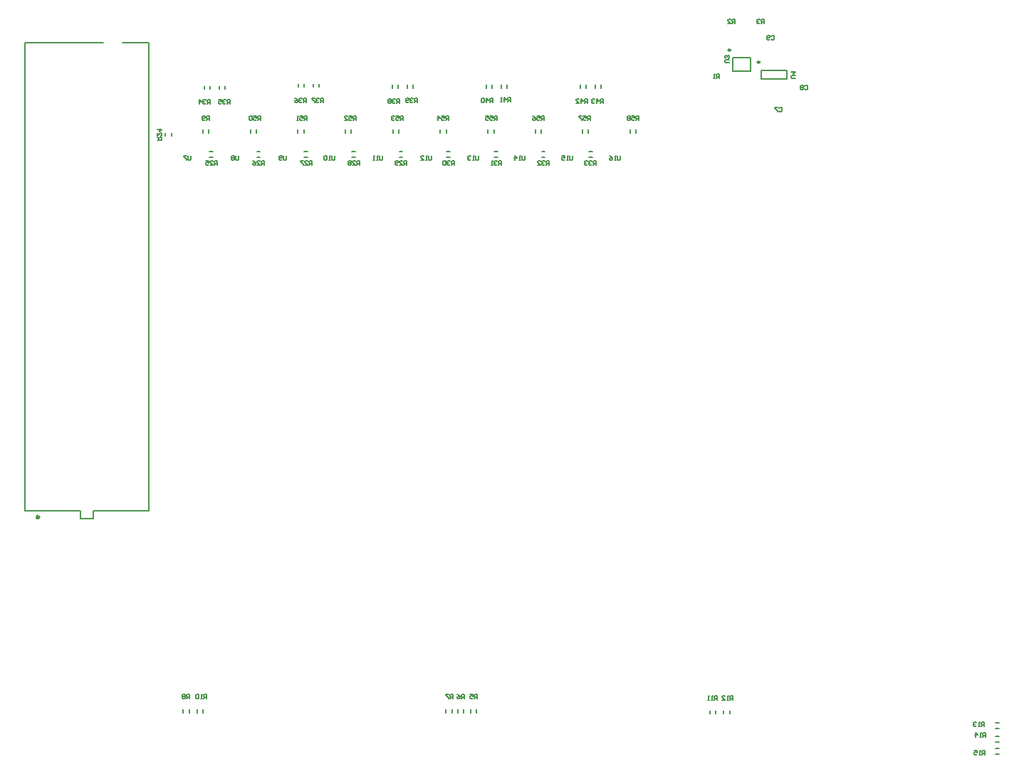
<source format=gbo>
G04*
G04 #@! TF.GenerationSoftware,Altium Limited,Altium Designer,20.0.10 (225)*
G04*
G04 Layer_Color=32896*
%FSLAX25Y25*%
%MOIN*%
G70*
G01*
G75*
%ADD10C,0.00787*%
%ADD13C,0.00984*%
%ADD14C,0.00500*%
%ADD133C,0.01181*%
D10*
X44992Y164693D02*
Y168197D01*
X39008Y164693D02*
X44992D01*
X39008D02*
Y168197D01*
X13102Y387803D02*
X49500D01*
X58713D02*
X70898D01*
Y168197D02*
Y387803D01*
X44992Y168197D02*
X70898D01*
X13102D02*
X39008D01*
X13102D02*
Y387803D01*
X277013Y336678D02*
X278587D01*
X277013Y333922D02*
X278587D01*
X254800Y336678D02*
X256375D01*
X254800Y333922D02*
X256375D01*
X232588Y336678D02*
X234162D01*
X232588Y333922D02*
X234162D01*
X210375Y336678D02*
X211950D01*
X210375Y333922D02*
X211950D01*
X188163Y336678D02*
X189737D01*
X188163Y333922D02*
X189737D01*
X165950Y336678D02*
X167525D01*
X165950Y333922D02*
X167525D01*
X143738Y336678D02*
X145312D01*
X143738Y333922D02*
X145312D01*
X121525Y336678D02*
X123100D01*
X121525Y333922D02*
X123100D01*
X99313Y336678D02*
X100887D01*
X99313Y333922D02*
X100887D01*
X210134Y345413D02*
Y346987D01*
X207378Y345413D02*
Y346987D01*
X232478Y345365D02*
Y346940D01*
X229722Y345365D02*
Y346940D01*
X254556Y345413D02*
Y346987D01*
X251800Y345413D02*
Y346987D01*
X276767Y345413D02*
Y346987D01*
X274011Y345413D02*
Y346987D01*
X298978Y345413D02*
Y346987D01*
X296222Y345413D02*
Y346987D01*
X81478Y343913D02*
Y345487D01*
X78722Y343913D02*
Y345487D01*
X89878Y73713D02*
Y75287D01*
X87122Y73713D02*
Y75287D01*
X96378Y73713D02*
Y75287D01*
X93622Y73713D02*
Y75287D01*
X212878Y73713D02*
Y75287D01*
X210122Y73713D02*
Y75287D01*
X218378Y73713D02*
Y75287D01*
X215622Y73713D02*
Y75287D01*
X224378Y73713D02*
Y75287D01*
X221622Y73713D02*
Y75287D01*
X336378Y73213D02*
Y74787D01*
X333622Y73213D02*
Y74787D01*
X342878Y73213D02*
Y74787D01*
X340122Y73213D02*
Y74787D01*
X467313Y54422D02*
X468887D01*
X467313Y57178D02*
X468887D01*
X467313Y60022D02*
X468887D01*
X467313Y62778D02*
X468887D01*
X467313Y66222D02*
X468887D01*
X467313Y68978D02*
X468887D01*
X185167Y345413D02*
Y346987D01*
X187922Y345413D02*
Y346987D01*
X162955Y345413D02*
Y346987D01*
X165711Y345413D02*
Y346987D01*
X140744Y345413D02*
Y346987D01*
X143500Y345413D02*
Y346987D01*
X118533Y345413D02*
Y346987D01*
X121289Y345413D02*
Y346987D01*
X96322Y345413D02*
Y346987D01*
X99078Y345413D02*
Y346987D01*
X352634Y374350D02*
Y380650D01*
X344366Y374350D02*
Y380650D01*
Y374350D02*
X352634D01*
X344366Y380650D02*
X352634D01*
X357464Y370818D02*
X369669D01*
X357464Y374755D02*
X369669D01*
Y370818D02*
Y374755D01*
X357464Y370818D02*
Y374755D01*
X96922Y365865D02*
Y367440D01*
X99678Y365865D02*
Y367440D01*
X147922Y366865D02*
Y368440D01*
X150678Y366865D02*
Y368440D01*
X184922Y366365D02*
Y367940D01*
X187678Y366365D02*
Y367940D01*
X235922Y366365D02*
Y367940D01*
X238678Y366365D02*
Y367940D01*
X272922Y366365D02*
Y367940D01*
X275678Y366365D02*
Y367940D01*
X103922Y365865D02*
Y367440D01*
X106678Y365865D02*
Y367440D01*
X140922Y366865D02*
Y368440D01*
X143678Y366865D02*
Y368440D01*
X191922Y366365D02*
Y367940D01*
X194678Y366365D02*
Y367940D01*
X228922Y366365D02*
Y367940D01*
X231678Y366365D02*
Y367940D01*
X279922Y366365D02*
Y367940D01*
X282678Y366365D02*
Y367940D01*
D13*
X343185Y384193D02*
G03*
X343185Y384193I-492J0D01*
G01*
X356873Y378594D02*
G03*
X356873Y378594I-492J0D01*
G01*
D14*
X291599Y334600D02*
Y332934D01*
X291266Y332600D01*
X290599D01*
X290266Y332934D01*
Y334600D01*
X289600Y332600D02*
X288933D01*
X289267D01*
Y334600D01*
X289600Y334266D01*
X286601Y334600D02*
X287267Y334266D01*
X287934Y333600D01*
Y332934D01*
X287600Y332600D01*
X286934D01*
X286601Y332934D01*
Y333267D01*
X286934Y333600D01*
X287934D01*
X269399Y334600D02*
Y332934D01*
X269066Y332600D01*
X268400D01*
X268066Y332934D01*
Y334600D01*
X267400Y332600D02*
X266733D01*
X267067D01*
Y334600D01*
X267400Y334266D01*
X264401Y334600D02*
X265734D01*
Y333600D01*
X265067Y333933D01*
X264734D01*
X264401Y333600D01*
Y332934D01*
X264734Y332600D01*
X265401D01*
X265734Y332934D01*
X246899Y334600D02*
Y332934D01*
X246566Y332600D01*
X245900D01*
X245566Y332934D01*
Y334600D01*
X244900Y332600D02*
X244233D01*
X244567D01*
Y334600D01*
X244900Y334266D01*
X242234Y332600D02*
Y334600D01*
X243234Y333600D01*
X241901D01*
X225399Y334600D02*
Y332934D01*
X225066Y332600D01*
X224399D01*
X224066Y332934D01*
Y334600D01*
X223400Y332600D02*
X222733D01*
X223067D01*
Y334600D01*
X223400Y334266D01*
X221734D02*
X221400Y334600D01*
X220734D01*
X220401Y334266D01*
Y333933D01*
X220734Y333600D01*
X221067D01*
X220734D01*
X220401Y333267D01*
Y332934D01*
X220734Y332600D01*
X221400D01*
X221734Y332934D01*
X203199Y334600D02*
Y332934D01*
X202866Y332600D01*
X202200D01*
X201866Y332934D01*
Y334600D01*
X201200Y332600D02*
X200533D01*
X200867D01*
Y334600D01*
X201200Y334266D01*
X198201Y332600D02*
X199534D01*
X198201Y333933D01*
Y334266D01*
X198534Y334600D01*
X199200D01*
X199534Y334266D01*
X180166Y334600D02*
Y332934D01*
X179833Y332600D01*
X179166D01*
X178833Y332934D01*
Y334600D01*
X178167Y332600D02*
X177500D01*
X177833D01*
Y334600D01*
X178167Y334266D01*
X176500Y332600D02*
X175834D01*
X176167D01*
Y334600D01*
X176500Y334266D01*
X157999Y334600D02*
Y332934D01*
X157666Y332600D01*
X157000D01*
X156666Y332934D01*
Y334600D01*
X156000Y332600D02*
X155333D01*
X155667D01*
Y334600D01*
X156000Y334266D01*
X154334D02*
X154000Y334600D01*
X153334D01*
X153001Y334266D01*
Y332934D01*
X153334Y332600D01*
X154000D01*
X154334Y332934D01*
Y334266D01*
X135366Y334600D02*
Y332934D01*
X135033Y332600D01*
X134366D01*
X134033Y332934D01*
Y334600D01*
X133367Y332934D02*
X133034Y332600D01*
X132367D01*
X132034Y332934D01*
Y334266D01*
X132367Y334600D01*
X133034D01*
X133367Y334266D01*
Y333933D01*
X133034Y333600D01*
X132034D01*
X112966Y334600D02*
Y332934D01*
X112633Y332600D01*
X111966D01*
X111633Y332934D01*
Y334600D01*
X110967Y334266D02*
X110634Y334600D01*
X109967D01*
X109634Y334266D01*
Y333933D01*
X109967Y333600D01*
X109634Y333267D01*
Y332934D01*
X109967Y332600D01*
X110634D01*
X110967Y332934D01*
Y333267D01*
X110634Y333600D01*
X110967Y333933D01*
Y334266D01*
X110634Y333600D02*
X109967D01*
X90566Y334600D02*
Y332934D01*
X90233Y332600D01*
X89566D01*
X89233Y332934D01*
Y334600D01*
X88567D02*
X87234D01*
Y334266D01*
X88567Y332934D01*
Y332600D01*
X300166Y351400D02*
Y353400D01*
X299166D01*
X298833Y353066D01*
Y352400D01*
X299166Y352067D01*
X300166D01*
X299499D02*
X298833Y351400D01*
X296834Y353400D02*
X298166D01*
Y352400D01*
X297500Y352733D01*
X297167D01*
X296834Y352400D01*
Y351734D01*
X297167Y351400D01*
X297833D01*
X298166Y351734D01*
X296167Y353066D02*
X295834Y353400D01*
X295167D01*
X294834Y353066D01*
Y352733D01*
X295167Y352400D01*
X294834Y352067D01*
Y351734D01*
X295167Y351400D01*
X295834D01*
X296167Y351734D01*
Y352067D01*
X295834Y352400D01*
X296167Y352733D01*
Y353066D01*
X295834Y352400D02*
X295167D01*
X277666Y351400D02*
Y353400D01*
X276666D01*
X276333Y353066D01*
Y352400D01*
X276666Y352067D01*
X277666D01*
X276999D02*
X276333Y351400D01*
X274334Y353400D02*
X275666D01*
Y352400D01*
X275000Y352733D01*
X274667D01*
X274334Y352400D01*
Y351734D01*
X274667Y351400D01*
X275333D01*
X275666Y351734D01*
X273667Y353400D02*
X272334D01*
Y353066D01*
X273667Y351734D01*
Y351400D01*
X255866D02*
Y353400D01*
X254866D01*
X254533Y353066D01*
Y352400D01*
X254866Y352067D01*
X255866D01*
X255199D02*
X254533Y351400D01*
X252534Y353400D02*
X253866D01*
Y352400D01*
X253200Y352733D01*
X252867D01*
X252534Y352400D01*
Y351734D01*
X252867Y351400D01*
X253533D01*
X253866Y351734D01*
X250534Y353400D02*
X251201Y353066D01*
X251867Y352400D01*
Y351734D01*
X251534Y351400D01*
X250867D01*
X250534Y351734D01*
Y352067D01*
X250867Y352400D01*
X251867D01*
X233799Y351353D02*
Y353352D01*
X232800D01*
X232466Y353019D01*
Y352353D01*
X232800Y352020D01*
X233799D01*
X233133D02*
X232466Y351353D01*
X230467Y353352D02*
X231800D01*
Y352353D01*
X231133Y352686D01*
X230800D01*
X230467Y352353D01*
Y351686D01*
X230800Y351353D01*
X231467D01*
X231800Y351686D01*
X228467Y353352D02*
X229801D01*
Y352353D01*
X229134Y352686D01*
X228801D01*
X228467Y352353D01*
Y351686D01*
X228801Y351353D01*
X229467D01*
X229801Y351686D01*
X211166Y351400D02*
Y353400D01*
X210166D01*
X209833Y353066D01*
Y352400D01*
X210166Y352067D01*
X211166D01*
X210499D02*
X209833Y351400D01*
X207834Y353400D02*
X209166D01*
Y352400D01*
X208500Y352733D01*
X208167D01*
X207834Y352400D01*
Y351734D01*
X208167Y351400D01*
X208833D01*
X209166Y351734D01*
X206167Y351400D02*
Y353400D01*
X207167Y352400D01*
X205834D01*
X190044Y351400D02*
Y353400D01*
X189045D01*
X188712Y353066D01*
Y352400D01*
X189045Y352067D01*
X190044D01*
X189378D02*
X188712Y351400D01*
X186712Y353400D02*
X188045D01*
Y352400D01*
X187379Y352733D01*
X187045D01*
X186712Y352400D01*
Y351734D01*
X187045Y351400D01*
X187712D01*
X188045Y351734D01*
X186046Y353066D02*
X185713Y353400D01*
X185046D01*
X184713Y353066D01*
Y352733D01*
X185046Y352400D01*
X185379D01*
X185046D01*
X184713Y352067D01*
Y351734D01*
X185046Y351400D01*
X185713D01*
X186046Y351734D01*
X167833Y351400D02*
Y353400D01*
X166834D01*
X166500Y353066D01*
Y352400D01*
X166834Y352067D01*
X167833D01*
X167167D02*
X166500Y351400D01*
X164501Y353400D02*
X165834D01*
Y352400D01*
X165167Y352733D01*
X164834D01*
X164501Y352400D01*
Y351734D01*
X164834Y351400D01*
X165501D01*
X165834Y351734D01*
X162502Y351400D02*
X163835D01*
X162502Y352733D01*
Y353066D01*
X162835Y353400D01*
X163501D01*
X163835Y353066D01*
X144922Y351400D02*
Y353400D01*
X143922D01*
X143589Y353066D01*
Y352400D01*
X143922Y352067D01*
X144922D01*
X144256D02*
X143589Y351400D01*
X141590Y353400D02*
X142923D01*
Y352400D01*
X142256Y352733D01*
X141923D01*
X141590Y352400D01*
Y351734D01*
X141923Y351400D01*
X142590D01*
X142923Y351734D01*
X140924Y351400D02*
X140257D01*
X140590D01*
Y353400D01*
X140924Y353066D01*
X123411Y351400D02*
Y353400D01*
X122411D01*
X122078Y353066D01*
Y352400D01*
X122411Y352067D01*
X123411D01*
X122745D02*
X122078Y351400D01*
X120079Y353400D02*
X121412D01*
Y352400D01*
X120745Y352733D01*
X120412D01*
X120079Y352400D01*
Y351734D01*
X120412Y351400D01*
X121079D01*
X121412Y351734D01*
X119412Y353066D02*
X119079Y353400D01*
X118413D01*
X118079Y353066D01*
Y351734D01*
X118413Y351400D01*
X119079D01*
X119412Y351734D01*
Y353066D01*
X280266Y330200D02*
Y332200D01*
X279266D01*
X278933Y331867D01*
Y331200D01*
X279266Y330867D01*
X280266D01*
X279599D02*
X278933Y330200D01*
X278266Y331867D02*
X277933Y332200D01*
X277267D01*
X276934Y331867D01*
Y331533D01*
X277267Y331200D01*
X277600D01*
X277267D01*
X276934Y330867D01*
Y330534D01*
X277267Y330200D01*
X277933D01*
X278266Y330534D01*
X276267Y331867D02*
X275934Y332200D01*
X275267D01*
X274934Y331867D01*
Y331533D01*
X275267Y331200D01*
X275601D01*
X275267D01*
X274934Y330867D01*
Y330534D01*
X275267Y330200D01*
X275934D01*
X276267Y330534D01*
X258266Y330200D02*
Y332200D01*
X257266D01*
X256933Y331867D01*
Y331200D01*
X257266Y330867D01*
X258266D01*
X257599D02*
X256933Y330200D01*
X256266Y331867D02*
X255933Y332200D01*
X255267D01*
X254934Y331867D01*
Y331533D01*
X255267Y331200D01*
X255600D01*
X255267D01*
X254934Y330867D01*
Y330534D01*
X255267Y330200D01*
X255933D01*
X256266Y330534D01*
X252934Y330200D02*
X254267D01*
X252934Y331533D01*
Y331867D01*
X253267Y332200D01*
X253934D01*
X254267Y331867D01*
X235833Y330200D02*
Y332200D01*
X234833D01*
X234500Y331867D01*
Y331200D01*
X234833Y330867D01*
X235833D01*
X235166D02*
X234500Y330200D01*
X233833Y331867D02*
X233500Y332200D01*
X232834D01*
X232500Y331867D01*
Y331533D01*
X232834Y331200D01*
X233167D01*
X232834D01*
X232500Y330867D01*
Y330534D01*
X232834Y330200D01*
X233500D01*
X233833Y330534D01*
X231834Y330200D02*
X231167D01*
X231501D01*
Y332200D01*
X231834Y331867D01*
X213966Y330200D02*
Y332200D01*
X212966D01*
X212633Y331867D01*
Y331200D01*
X212966Y330867D01*
X213966D01*
X213299D02*
X212633Y330200D01*
X211966Y331867D02*
X211633Y332200D01*
X210967D01*
X210634Y331867D01*
Y331533D01*
X210967Y331200D01*
X211300D01*
X210967D01*
X210634Y330867D01*
Y330534D01*
X210967Y330200D01*
X211633D01*
X211966Y330534D01*
X209967Y331867D02*
X209634Y332200D01*
X208967D01*
X208634Y331867D01*
Y330534D01*
X208967Y330200D01*
X209634D01*
X209967Y330534D01*
Y331867D01*
X191466Y330200D02*
Y332200D01*
X190466D01*
X190133Y331867D01*
Y331200D01*
X190466Y330867D01*
X191466D01*
X190799D02*
X190133Y330200D01*
X188134D02*
X189467D01*
X188134Y331533D01*
Y331867D01*
X188467Y332200D01*
X189133D01*
X189467Y331867D01*
X187467Y330534D02*
X187134Y330200D01*
X186467D01*
X186134Y330534D01*
Y331867D01*
X186467Y332200D01*
X187134D01*
X187467Y331867D01*
Y331533D01*
X187134Y331200D01*
X186134D01*
X169466Y330200D02*
Y332200D01*
X168466D01*
X168133Y331867D01*
Y331200D01*
X168466Y330867D01*
X169466D01*
X168799D02*
X168133Y330200D01*
X166133D02*
X167466D01*
X166133Y331533D01*
Y331867D01*
X166467Y332200D01*
X167133D01*
X167466Y331867D01*
X165467D02*
X165134Y332200D01*
X164467D01*
X164134Y331867D01*
Y331533D01*
X164467Y331200D01*
X164134Y330867D01*
Y330534D01*
X164467Y330200D01*
X165134D01*
X165467Y330534D01*
Y330867D01*
X165134Y331200D01*
X165467Y331533D01*
Y331867D01*
X165134Y331200D02*
X164467D01*
X147166Y330200D02*
Y332200D01*
X146166D01*
X145833Y331867D01*
Y331200D01*
X146166Y330867D01*
X147166D01*
X146499D02*
X145833Y330200D01*
X143833D02*
X145167D01*
X143833Y331533D01*
Y331867D01*
X144167Y332200D01*
X144833D01*
X145167Y331867D01*
X143167Y332200D02*
X141834D01*
Y331867D01*
X143167Y330534D01*
Y330200D01*
X124866D02*
Y332200D01*
X123866D01*
X123533Y331867D01*
Y331200D01*
X123866Y330867D01*
X124866D01*
X124199D02*
X123533Y330200D01*
X121534D02*
X122866D01*
X121534Y331533D01*
Y331867D01*
X121867Y332200D01*
X122533D01*
X122866Y331867D01*
X119534Y332200D02*
X120201Y331867D01*
X120867Y331200D01*
Y330534D01*
X120534Y330200D01*
X119867D01*
X119534Y330534D01*
Y330867D01*
X119867Y331200D01*
X120867D01*
X102866Y330200D02*
Y332200D01*
X101866D01*
X101533Y331867D01*
Y331200D01*
X101866Y330867D01*
X102866D01*
X102199D02*
X101533Y330200D01*
X99534D02*
X100866D01*
X99534Y331533D01*
Y331867D01*
X99867Y332200D01*
X100533D01*
X100866Y331867D01*
X97534Y332200D02*
X98867D01*
Y331200D01*
X98201Y331533D01*
X97867D01*
X97534Y331200D01*
Y330534D01*
X97867Y330200D01*
X98534D01*
X98867Y330534D01*
X74800Y342034D02*
X76800D01*
Y343034D01*
X76467Y343367D01*
X75800D01*
X75467Y343034D01*
Y342034D01*
Y342701D02*
X74800Y343367D01*
Y345366D02*
Y344034D01*
X76133Y345366D01*
X76467D01*
X76800Y345033D01*
Y344367D01*
X76467Y344034D01*
X74800Y347033D02*
X76800D01*
X75800Y346033D01*
Y347366D01*
X99200Y351400D02*
Y353400D01*
X98200D01*
X97867Y353066D01*
Y352400D01*
X98200Y352067D01*
X99200D01*
X98534D02*
X97867Y351400D01*
X97201Y351734D02*
X96867Y351400D01*
X96201D01*
X95868Y351734D01*
Y353066D01*
X96201Y353400D01*
X96867D01*
X97201Y353066D01*
Y352733D01*
X96867Y352400D01*
X95868D01*
X373500Y371134D02*
X371834D01*
X371500Y371467D01*
Y372134D01*
X371834Y372467D01*
X373500D01*
X371500Y374133D02*
X373500D01*
X372500Y373133D01*
Y374466D01*
X342600Y378434D02*
X340934D01*
X340600Y378767D01*
Y379434D01*
X340934Y379767D01*
X342600D01*
X342267Y380433D02*
X342600Y380767D01*
Y381433D01*
X342267Y381766D01*
X341933D01*
X341600Y381433D01*
Y381100D01*
Y381433D01*
X341267Y381766D01*
X340934D01*
X340600Y381433D01*
Y380767D01*
X340934Y380433D01*
X283766Y359453D02*
Y361452D01*
X282766D01*
X282433Y361119D01*
Y360453D01*
X282766Y360120D01*
X283766D01*
X283099D02*
X282433Y359453D01*
X280767D02*
Y361452D01*
X281767Y360453D01*
X280434D01*
X279767Y361119D02*
X279434Y361452D01*
X278767D01*
X278434Y361119D01*
Y360786D01*
X278767Y360453D01*
X279101D01*
X278767D01*
X278434Y360120D01*
Y359786D01*
X278767Y359453D01*
X279434D01*
X279767Y359786D01*
X276266Y359353D02*
Y361352D01*
X275266D01*
X274933Y361019D01*
Y360353D01*
X275266Y360019D01*
X276266D01*
X275599D02*
X274933Y359353D01*
X273267D02*
Y361352D01*
X274267Y360353D01*
X272934D01*
X270934Y359353D02*
X272267D01*
X270934Y360686D01*
Y361019D01*
X271267Y361352D01*
X271934D01*
X272267Y361019D01*
X240233Y359953D02*
Y361952D01*
X239233D01*
X238900Y361619D01*
Y360953D01*
X239233Y360619D01*
X240233D01*
X239566D02*
X238900Y359953D01*
X237234D02*
Y361952D01*
X238233Y360953D01*
X236900D01*
X236234Y359953D02*
X235567D01*
X235901D01*
Y361952D01*
X236234Y361619D01*
X231966Y359753D02*
Y361752D01*
X230966D01*
X230633Y361419D01*
Y360753D01*
X230966Y360420D01*
X231966D01*
X231299D02*
X230633Y359753D01*
X228967D02*
Y361752D01*
X229966Y360753D01*
X228634D01*
X227967Y361419D02*
X227634Y361752D01*
X226967D01*
X226634Y361419D01*
Y360086D01*
X226967Y359753D01*
X227634D01*
X227967Y360086D01*
Y361419D01*
X196766Y359653D02*
Y361652D01*
X195766D01*
X195433Y361319D01*
Y360653D01*
X195766Y360319D01*
X196766D01*
X196099D02*
X195433Y359653D01*
X194766Y361319D02*
X194433Y361652D01*
X193767D01*
X193434Y361319D01*
Y360986D01*
X193767Y360653D01*
X194100D01*
X193767D01*
X193434Y360319D01*
Y359986D01*
X193767Y359653D01*
X194433D01*
X194766Y359986D01*
X192767D02*
X192434Y359653D01*
X191767D01*
X191434Y359986D01*
Y361319D01*
X191767Y361652D01*
X192434D01*
X192767Y361319D01*
Y360986D01*
X192434Y360653D01*
X191434D01*
X188266Y359353D02*
Y361352D01*
X187266D01*
X186933Y361019D01*
Y360353D01*
X187266Y360019D01*
X188266D01*
X187599D02*
X186933Y359353D01*
X186267Y361019D02*
X185933Y361352D01*
X185267D01*
X184934Y361019D01*
Y360686D01*
X185267Y360353D01*
X185600D01*
X185267D01*
X184934Y360019D01*
Y359686D01*
X185267Y359353D01*
X185933D01*
X186267Y359686D01*
X184267Y361019D02*
X183934Y361352D01*
X183267D01*
X182934Y361019D01*
Y360686D01*
X183267Y360353D01*
X182934Y360019D01*
Y359686D01*
X183267Y359353D01*
X183934D01*
X184267Y359686D01*
Y360019D01*
X183934Y360353D01*
X184267Y360686D01*
Y361019D01*
X183934Y360353D02*
X183267D01*
X152766Y359753D02*
Y361752D01*
X151766D01*
X151433Y361419D01*
Y360753D01*
X151766Y360420D01*
X152766D01*
X152099D02*
X151433Y359753D01*
X150767Y361419D02*
X150433Y361752D01*
X149767D01*
X149434Y361419D01*
Y361086D01*
X149767Y360753D01*
X150100D01*
X149767D01*
X149434Y360420D01*
Y360086D01*
X149767Y359753D01*
X150433D01*
X150767Y360086D01*
X148767Y361752D02*
X147434D01*
Y361419D01*
X148767Y360086D01*
Y359753D01*
X144466Y359653D02*
Y361652D01*
X143466D01*
X143133Y361319D01*
Y360653D01*
X143466Y360319D01*
X144466D01*
X143799D02*
X143133Y359653D01*
X142466Y361319D02*
X142133Y361652D01*
X141467D01*
X141134Y361319D01*
Y360986D01*
X141467Y360653D01*
X141800D01*
X141467D01*
X141134Y360319D01*
Y359986D01*
X141467Y359653D01*
X142133D01*
X142466Y359986D01*
X139134Y361652D02*
X139801Y361319D01*
X140467Y360653D01*
Y359986D01*
X140134Y359653D01*
X139467D01*
X139134Y359986D01*
Y360319D01*
X139467Y360653D01*
X140467D01*
X108866Y359053D02*
Y361052D01*
X107866D01*
X107533Y360719D01*
Y360053D01*
X107866Y359719D01*
X108866D01*
X108199D02*
X107533Y359053D01*
X106867Y360719D02*
X106533Y361052D01*
X105867D01*
X105534Y360719D01*
Y360386D01*
X105867Y360053D01*
X106200D01*
X105867D01*
X105534Y359719D01*
Y359386D01*
X105867Y359053D01*
X106533D01*
X106867Y359386D01*
X103534Y361052D02*
X104867D01*
Y360053D01*
X104201Y360386D01*
X103867D01*
X103534Y360053D01*
Y359386D01*
X103867Y359053D01*
X104534D01*
X104867Y359386D01*
X99766Y358953D02*
Y360952D01*
X98766D01*
X98433Y360619D01*
Y359953D01*
X98766Y359619D01*
X99766D01*
X99099D02*
X98433Y358953D01*
X97767Y360619D02*
X97433Y360952D01*
X96767D01*
X96434Y360619D01*
Y360286D01*
X96767Y359953D01*
X97100D01*
X96767D01*
X96434Y359619D01*
Y359286D01*
X96767Y358953D01*
X97433D01*
X97767Y359286D01*
X94767Y358953D02*
Y360952D01*
X95767Y359953D01*
X94434D01*
X461799Y67500D02*
Y69500D01*
X460800D01*
X460466Y69166D01*
Y68500D01*
X460800Y68167D01*
X461799D01*
X461133D02*
X460466Y67500D01*
X459800D02*
X459133D01*
X459467D01*
Y69500D01*
X459800Y69166D01*
X458134D02*
X457800Y69500D01*
X457134D01*
X456801Y69166D01*
Y68833D01*
X457134Y68500D01*
X457467D01*
X457134D01*
X456801Y68167D01*
Y67834D01*
X457134Y67500D01*
X457800D01*
X458134Y67834D01*
X344399Y79700D02*
Y81700D01*
X343400D01*
X343066Y81366D01*
Y80700D01*
X343400Y80367D01*
X344399D01*
X343733D02*
X343066Y79700D01*
X342400D02*
X341733D01*
X342067D01*
Y81700D01*
X342400Y81366D01*
X339401Y79700D02*
X340734D01*
X339401Y81033D01*
Y81366D01*
X339734Y81700D01*
X340401D01*
X340734Y81366D01*
X336966Y79800D02*
Y81800D01*
X335966D01*
X335633Y81467D01*
Y80800D01*
X335966Y80467D01*
X336966D01*
X336299D02*
X335633Y79800D01*
X334967D02*
X334300D01*
X334633D01*
Y81800D01*
X334967Y81467D01*
X333300Y79800D02*
X332634D01*
X332967D01*
Y81800D01*
X333300Y81467D01*
X98099Y80400D02*
Y82400D01*
X97100D01*
X96766Y82067D01*
Y81400D01*
X97100Y81067D01*
X98099D01*
X97433D02*
X96766Y80400D01*
X96100D02*
X95433D01*
X95767D01*
Y82400D01*
X96100Y82067D01*
X94434D02*
X94100Y82400D01*
X93434D01*
X93101Y82067D01*
Y80734D01*
X93434Y80400D01*
X94100D01*
X94434Y80734D01*
Y82067D01*
X89866Y80400D02*
Y82400D01*
X88866D01*
X88533Y82067D01*
Y81400D01*
X88866Y81067D01*
X89866D01*
X89200D02*
X88533Y80400D01*
X87867Y82067D02*
X87533Y82400D01*
X86867D01*
X86534Y82067D01*
Y81733D01*
X86867Y81400D01*
X86534Y81067D01*
Y80734D01*
X86867Y80400D01*
X87533D01*
X87867Y80734D01*
Y81067D01*
X87533Y81400D01*
X87867Y81733D01*
Y82067D01*
X87533Y81400D02*
X86867D01*
X462299Y53900D02*
Y55900D01*
X461300D01*
X460966Y55567D01*
Y54900D01*
X461300Y54567D01*
X462299D01*
X461633D02*
X460966Y53900D01*
X460300D02*
X459633D01*
X459967D01*
Y55900D01*
X460300Y55567D01*
X457301Y55900D02*
X458634D01*
Y54900D01*
X457967Y55233D01*
X457634D01*
X457301Y54900D01*
Y54234D01*
X457634Y53900D01*
X458300D01*
X458634Y54234D01*
X462499Y62300D02*
Y64300D01*
X461500D01*
X461166Y63967D01*
Y63300D01*
X461500Y62967D01*
X462499D01*
X461833D02*
X461166Y62300D01*
X460500D02*
X459833D01*
X460167D01*
Y64300D01*
X460500Y63967D01*
X457834Y62300D02*
Y64300D01*
X458834Y63300D01*
X457501D01*
X213166Y80500D02*
Y82500D01*
X212166D01*
X211833Y82166D01*
Y81500D01*
X212166Y81167D01*
X213166D01*
X212500D02*
X211833Y80500D01*
X211167Y82500D02*
X209834D01*
Y82166D01*
X211167Y80834D01*
Y80500D01*
X218666Y80400D02*
Y82400D01*
X217666D01*
X217333Y82067D01*
Y81400D01*
X217666Y81067D01*
X218666D01*
X218000D02*
X217333Y80400D01*
X215334Y82400D02*
X216000Y82067D01*
X216667Y81400D01*
Y80734D01*
X216334Y80400D01*
X215667D01*
X215334Y80734D01*
Y81067D01*
X215667Y81400D01*
X216667D01*
X224566Y80400D02*
Y82400D01*
X223566D01*
X223233Y82067D01*
Y81400D01*
X223566Y81067D01*
X224566D01*
X223900D02*
X223233Y80400D01*
X221234Y82400D02*
X222567D01*
Y81400D01*
X221900Y81733D01*
X221567D01*
X221234Y81400D01*
Y80734D01*
X221567Y80400D01*
X222234D01*
X222567Y80734D01*
X358966Y396700D02*
Y398700D01*
X357966D01*
X357633Y398366D01*
Y397700D01*
X357966Y397367D01*
X358966D01*
X358300D02*
X357633Y396700D01*
X356967Y398366D02*
X356633Y398700D01*
X355967D01*
X355634Y398366D01*
Y398033D01*
X355967Y397700D01*
X356300D01*
X355967D01*
X355634Y397367D01*
Y397034D01*
X355967Y396700D01*
X356633D01*
X356967Y397034D01*
X345266Y396600D02*
Y398600D01*
X344266D01*
X343933Y398267D01*
Y397600D01*
X344266Y397267D01*
X345266D01*
X344600D02*
X343933Y396600D01*
X341934D02*
X343267D01*
X341934Y397933D01*
Y398267D01*
X342267Y398600D01*
X342934D01*
X343267Y398267D01*
X337933Y371100D02*
Y373100D01*
X336933D01*
X336600Y372766D01*
Y372100D01*
X336933Y371767D01*
X337933D01*
X337266D02*
X336600Y371100D01*
X335934D02*
X335267D01*
X335600D01*
Y373100D01*
X335934Y372766D01*
X362333Y390667D02*
X362666Y391000D01*
X363333D01*
X363666Y390667D01*
Y389334D01*
X363333Y389000D01*
X362666D01*
X362333Y389334D01*
X361667D02*
X361333Y389000D01*
X360667D01*
X360334Y389334D01*
Y390667D01*
X360667Y391000D01*
X361333D01*
X361667Y390667D01*
Y390333D01*
X361333Y390000D01*
X360334D01*
X378033Y367367D02*
X378366Y367700D01*
X379033D01*
X379366Y367367D01*
Y366034D01*
X379033Y365700D01*
X378366D01*
X378033Y366034D01*
X377367Y367367D02*
X377033Y367700D01*
X376367D01*
X376034Y367367D01*
Y367033D01*
X376367Y366700D01*
X376034Y366367D01*
Y366034D01*
X376367Y365700D01*
X377033D01*
X377367Y366034D01*
Y366367D01*
X377033Y366700D01*
X377367Y367033D01*
Y367367D01*
X377033Y366700D02*
X376367D01*
X365833Y357167D02*
X366166Y357500D01*
X366833D01*
X367166Y357167D01*
Y355834D01*
X366833Y355500D01*
X366166D01*
X365833Y355834D01*
X365167Y357500D02*
X363834D01*
Y357167D01*
X365167Y355834D01*
Y355500D01*
D133*
X19559Y165362D02*
G03*
X19559Y165362I-591J0D01*
G01*
M02*

</source>
